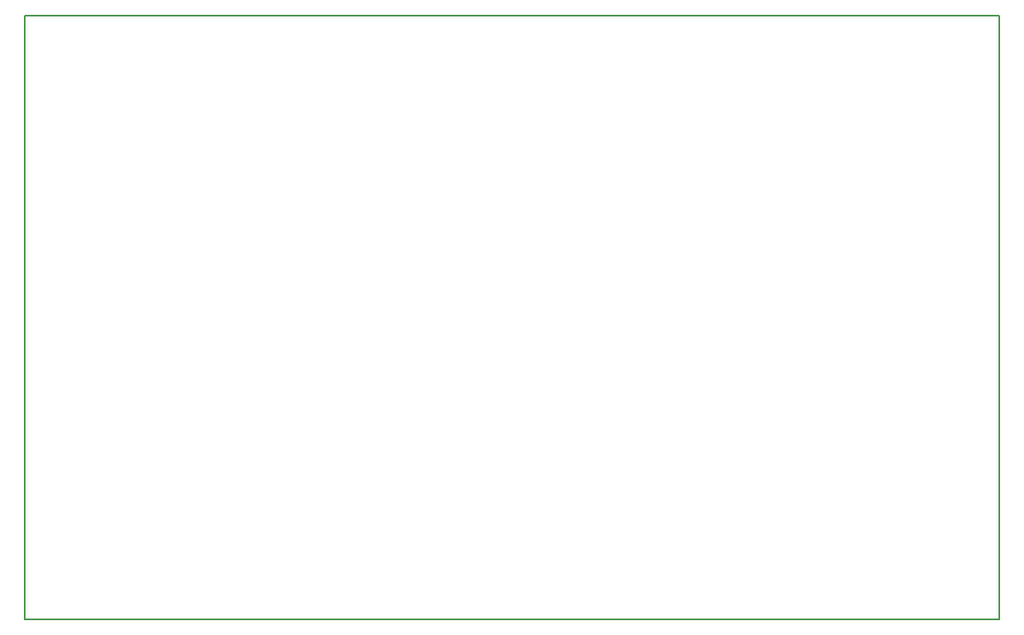
<source format=gm1>
G04 #@! TF.GenerationSoftware,KiCad,Pcbnew,5.0.2-bee76a0~70~ubuntu18.04.1*
G04 #@! TF.CreationDate,2019-01-27T18:53:22+01:00*
G04 #@! TF.ProjectId,magic-switchboard,6d616769-632d-4737-9769-746368626f61,v3*
G04 #@! TF.SameCoordinates,Original*
G04 #@! TF.FileFunction,Profile,NP*
%FSLAX46Y46*%
G04 Gerber Fmt 4.6, Leading zero omitted, Abs format (unit mm)*
G04 Created by KiCad (PCBNEW 5.0.2-bee76a0~70~ubuntu18.04.1) date So 27 Jan 2019 18:53:22 CET*
%MOMM*%
%LPD*%
G01*
G04 APERTURE LIST*
%ADD10C,0.150000*%
G04 APERTURE END LIST*
D10*
X190000000Y-80000000D02*
X90000000Y-80000000D01*
X190000000Y-142000000D02*
X190000000Y-80000000D01*
X90000000Y-142000000D02*
X190000000Y-142000000D01*
X90000000Y-142000000D02*
X90000000Y-80000000D01*
M02*

</source>
